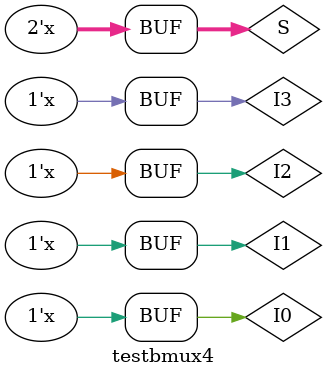
<source format=v>
`timescale 1ns / 1ps


module testbmux4;

	// Inputs
	reg I0;
	reg I1;
	reg I2;
	reg I3;
	reg [1:0] S;

	// Outputs
	wire O;

	// Instantiate the Unit Under Test (UUT)
	cmux41 uut (
		.I0(I0), 
		.I1(I1), 
		.I2(I2), 
		.I3(I3), 
		.S(S), 
		.O(O)
	);

	initial begin
		// Initialize Inputs
		I0 = 0;
		I1 = 0;
		I2 = 0;
		I3 = 0;
		S = 0;

		// Wait 100 ns for global reset to finish
		#100;
        
		// Add stimulus here

	end
	
		always @ (*) #4 I0 <= !I0; 
		always @ (*) #8 I1 <= !I1; 
		always @ (*) #16 I2 <= !I2; 
		always @ (*) #32 I3 <= !I3; 
		always @ (*) #200 S <= S + 1; 

      
endmodule


</source>
